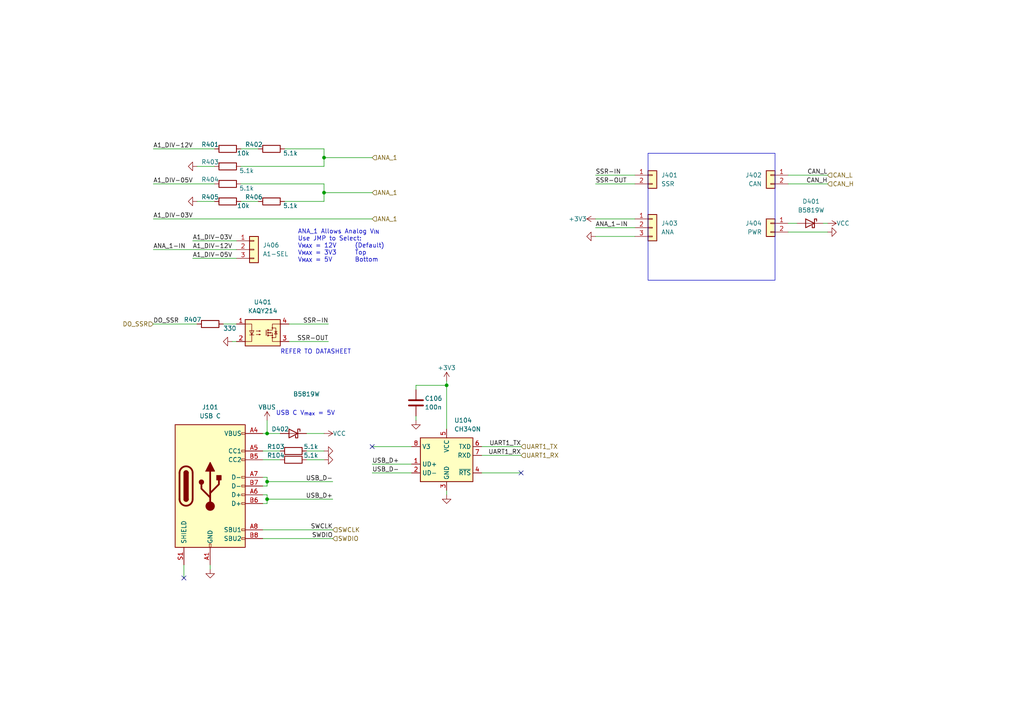
<source format=kicad_sch>
(kicad_sch (version 20230121) (generator eeschema)
  (paper "A4")
  (lib_symbols
    (symbol "Connector:USB_C_Receptacle_USB2.0" (pin_names (offset 1.016))
      (property "Reference" "J" (at -10.16 19.05 0))
      (property "Value" "USB_C_Receptacle_USB2.0" (at 19.05 19.05 0))
      (symbol "USB_C_Receptacle_USB2.0_0_0"
        (rectangle (start -0.254 -17.78) (end 0.254 -16.764))
        (rectangle (start 10.16 -14.986) (end 9.144 -15.494))
        (rectangle (start 10.16 -12.446) (end 9.144 -12.954))
        (rectangle (start 10.16 -4.826) (end 9.144 -5.334))
        (rectangle (start 10.16 -2.286) (end 9.144 -2.794))
        (rectangle (start 10.16 0.254) (end 9.144 -0.254))
        (rectangle (start 10.16 2.794) (end 9.144 2.286))
        (rectangle (start 10.16 7.874) (end 9.144 7.366))
        (rectangle (start 10.16 10.414) (end 9.144 9.906))
        (rectangle (start 10.16 15.494) (end 9.144 14.986))
      )
      (symbol "USB_C_Receptacle_USB2.0_0_1"
        (rectangle (start -10.16 17.78) (end 10.16 -17.78) (stroke (width 0.254)) (fill (type background)))
        (arc (start -8.89 -3.81) (mid -6.985 -5.7067) (end -5.08 -3.81) (stroke (width 0.508)))
        (arc (start -7.62 -3.81) (mid -6.985 -4.4423) (end -6.35 -3.81) (stroke (width 0.254)))
        (arc (start -7.62 -3.81) (mid -6.985 -4.4423) (end -6.35 -3.81) (stroke (width 0.254)) (fill (type outline)))
        (rectangle (start -7.62 -3.81) (end -6.35 3.81) (stroke (width 0.254)) (fill (type outline)))
        (arc (start -6.35 3.81) (mid -6.985 4.4423) (end -7.62 3.81) (stroke (width 0.254)))
        (arc (start -6.35 3.81) (mid -6.985 4.4423) (end -7.62 3.81) (stroke (width 0.254)) (fill (type outline)))
        (arc (start -5.08 3.81) (mid -6.985 5.7067) (end -8.89 3.81) (stroke (width 0.508)))
        (circle (center -2.54 1.143) (radius 0.635) (stroke (width 0.254)) (fill (type outline)))
        (circle (center 0 -5.842) (radius 1.27) (fill (type outline)))
        (polyline (pts (xy -8.89 -3.81) (xy -8.89 3.81)) (stroke (width 0.508)))
        (polyline (pts (xy -5.08 3.81) (xy -5.08 -3.81)) (stroke (width 0.508)))
        (polyline (pts (xy 0 -5.842) (xy 0 4.318)) (stroke (width 0.508)))
        (polyline (pts (xy 0 -3.302) (xy -2.54 -0.762) (xy -2.54 0.508)) (stroke (width 0.508)))
        (polyline (pts (xy 0 -2.032) (xy 2.54 0.508) (xy 2.54 1.778)) (stroke (width 0.508)))
        (polyline (pts (xy -1.27 4.318) (xy 0 6.858) (xy 1.27 4.318) (xy -1.27 4.318)) (stroke (width 0.254)) (fill (type outline)))
        (rectangle (start 1.905 1.778) (end 3.175 3.048) (stroke (width 0.254)) (fill (type outline)))
      )
      (symbol "USB_C_Receptacle_USB2.0_1_1"
        (pin passive line (at 0 -22.86 90) (length 5.08) (name "GND") (number "A1"))
        (pin passive line (at 0 -22.86 90) (length 5.08) hide (name "GND") (number "A12"))
        (pin passive line (at 15.24 15.24 180) (length 5.08) (name "VBUS") (number "A4"))
        (pin bidirectional line (at 15.24 10.16 180) (length 5.08) (name "CC1") (number "A5"))
        (pin bidirectional line (at 15.24 -2.54 180) (length 5.08) (name "D+") (number "A6"))
        (pin bidirectional line (at 15.24 2.54 180) (length 5.08) (name "D-") (number "A7"))
        (pin bidirectional line (at 15.24 -12.7 180) (length 5.08) (name "SBU1") (number "A8"))
        (pin passive line (at 15.24 15.24 180) (length 5.08) hide (name "VBUS") (number "A9"))
        (pin passive line (at 0 -22.86 90) (length 5.08) hide (name "GND") (number "B1"))
        (pin passive line (at 0 -22.86 90) (length 5.08) hide (name "GND") (number "B12"))
        (pin passive line (at 15.24 15.24 180) (length 5.08) hide (name "VBUS") (number "B4"))
        (pin bidirectional line (at 15.24 7.62 180) (length 5.08) (name "CC2") (number "B5"))
        (pin bidirectional line (at 15.24 -5.08 180) (length 5.08) (name "D+") (number "B6"))
        (pin bidirectional line (at 15.24 0 180) (length 5.08) (name "D-") (number "B7"))
        (pin bidirectional line (at 15.24 -15.24 180) (length 5.08) (name "SBU2") (number "B8"))
        (pin passive line (at 15.24 15.24 180) (length 5.08) hide (name "VBUS") (number "B9"))
        (pin passive line (at -7.62 -22.86 90) (length 5.08) (name "SHIELD") (number "S1"))
      )
    )
    (symbol "Connector_Generic:Conn_01x02" (pin_names (offset 1.016) hide)
      (property "Reference" "J" (at 0 2.54 0))
      (property "Value" "Conn_01x02" (at 0 -5.08 0))
      (symbol "Conn_01x02_1_1"
        (rectangle (start -1.27 -2.413) (end 0 -2.667) (stroke (width 0.1524)))
        (rectangle (start -1.27 0.127) (end 0 -0.127) (stroke (width 0.1524)))
        (rectangle (start -1.27 1.27) (end 1.27 -3.81) (stroke (width 0.254)) (fill (type background)))
        (pin passive line (at -5.08 0 0) (length 3.81) (name "Pin_1") (number "1"))
        (pin passive line (at -5.08 -2.54 0) (length 3.81) (name "Pin_2") (number "2"))
      )
    )
    (symbol "Connector_Generic:Conn_01x03" (pin_names (offset 1.016) hide)
      (property "Reference" "J" (at 0 5.08 0))
      (property "Value" "Conn_01x03" (at 0 -5.08 0))
      (symbol "Conn_01x03_1_1"
        (rectangle (start -1.27 -2.413) (end 0 -2.667) (stroke (width 0.1524)))
        (rectangle (start -1.27 0.127) (end 0 -0.127) (stroke (width 0.1524)))
        (rectangle (start -1.27 2.667) (end 0 2.413) (stroke (width 0.1524)))
        (rectangle (start -1.27 3.81) (end 1.27 -3.81) (stroke (width 0.254)) (fill (type background)))
        (pin passive line (at -5.08 2.54 0) (length 3.81) (name "Pin_1") (number "1"))
        (pin passive line (at -5.08 0 0) (length 3.81) (name "Pin_2") (number "2"))
        (pin passive line (at -5.08 -2.54 0) (length 3.81) (name "Pin_3") (number "3"))
      )
    )
    (symbol "Device:C" (pin_numbers hide) (pin_names (offset 0.254))
      (property "Reference" "C" (at 0.635 2.54 0))
      (property "Value" "C" (at 0.635 -2.54 0))
      (symbol "C_0_1"
        (polyline (pts (xy -2.032 -0.762) (xy 2.032 -0.762)) (stroke (width 0.508)))
        (polyline (pts (xy -2.032 0.762) (xy 2.032 0.762)) (stroke (width 0.508)))
      )
      (symbol "C_1_1"
        (pin passive line (at 0 3.81 270) (length 2.794) (name "~") (number "1"))
        (pin passive line (at 0 -3.81 90) (length 2.794) (name "~") (number "2"))
      )
    )
    (symbol "Device:D_Schottky" (pin_numbers hide) (pin_names (offset 1.016) hide)
      (property "Reference" "D" (at 0 2.54 0))
      (property "Value" "D_Schottky" (at 0 -2.54 0))
      (symbol "D_Schottky_0_1"
        (polyline (pts (xy 1.27 0) (xy -1.27 0)))
        (polyline (pts (xy 1.27 1.27) (xy 1.27 -1.27) (xy -1.27 0) (xy 1.27 1.27)) (stroke (width 0.254)))
        (polyline (pts (xy -1.905 0.635) (xy -1.905 1.27) (xy -1.27 1.27) (xy -1.27 -1.27) (xy -0.635 -1.27) (xy -0.635 -0.635)) (stroke (width 0.254)))
      )
      (symbol "D_Schottky_1_1"
        (pin passive line (at -3.81 0 0) (length 2.54) (name "K") (number "1"))
        (pin passive line (at 3.81 0 180) (length 2.54) (name "A") (number "2"))
      )
    )
    (symbol "Device:R" (pin_numbers hide) (pin_names (offset 0))
      (property "Reference" "R" (at 2.032 0 90))
      (property "Value" "R" (at 0 0 90))
      (symbol "R_0_1"
        (rectangle (start -1.016 -2.54) (end 1.016 2.54) (stroke (width 0.254)))
      )
      (symbol "R_1_1"
        (pin passive line (at 0 3.81 270) (length 1.27) (name "~") (number "1"))
        (pin passive line (at 0 -3.81 90) (length 1.27) (name "~") (number "2"))
      )
    )
    (symbol "Interface_USB:CH330N"
      (property "Reference" "U" (at -7.62 6.35 0))
      (property "Value" "CH330N" (at 7.62 6.35 0))
      (symbol "CH330N_0_1"
        (rectangle (start -7.62 5.08) (end 7.62 -7.62) (stroke (width 0.254)) (fill (type background)))
      )
      (symbol "CH330N_1_1"
        (pin bidirectional line (at -10.16 -2.54 0) (length 2.54) (name "UD+") (number "1"))
        (pin bidirectional line (at -10.16 -5.08 0) (length 2.54) (name "UD-") (number "2"))
        (pin power_in line (at 0 -10.16 90) (length 2.54) (name "GND") (number "3"))
        (pin output line (at 10.16 -5.08 180) (length 2.54) (name "~{RTS}") (number "4"))
        (pin power_in line (at 0 7.62 270) (length 2.54) (name "VCC") (number "5"))
        (pin output line (at 10.16 2.54 180) (length 2.54) (name "TXD") (number "6"))
        (pin input line (at 10.16 0 180) (length 2.54) (name "RXD") (number "7"))
        (pin passive line (at -10.16 2.54 0) (length 2.54) (name "V3") (number "8"))
      )
    )
    (symbol "Relay_SolidState:CPC1002N"
      (property "Reference" "U" (at -5.08 5.08 0))
      (property "Value" "CPC1002N" (at 0 5.08 0))
      (symbol "CPC1002N_0_1"
        (rectangle (start -5.08 3.81) (end 5.08 -3.81) (stroke (width 0.254)) (fill (type background)))
        (polyline (pts (xy -3.81 -0.635) (xy -2.54 -0.635)))
        (polyline (pts (xy 1.016 0.762) (xy 1.016 -0.762)) (stroke (width 0.2032)))
        (polyline (pts (xy 1.524 -0.762) (xy 2.794 -0.762)))
        (polyline (pts (xy 3.429 0.381) (xy 4.191 0.381)))
        (polyline (pts (xy 1.524 -0.635) (xy 1.524 -0.889) (xy 1.524 -0.889)) (stroke (width 0.3556)))
        (polyline (pts (xy 1.524 0.127) (xy 1.524 -0.127) (xy 1.524 -0.127)) (stroke (width 0.3556)))
        (polyline (pts (xy 1.524 0.889) (xy 1.524 0.635) (xy 1.524 0.635)) (stroke (width 0.3556)))
        (polyline (pts (xy -5.08 2.54) (xy -3.175 2.54) (xy -3.175 -2.54) (xy -5.08 -2.54)))
        (polyline (pts (xy -3.175 -0.635) (xy -3.81 0.635) (xy -2.54 0.635) (xy -3.175 -0.635)))
        (polyline (pts (xy 1.524 0) (xy 2.794 0) (xy 2.794 -2.54) (xy 5.08 -2.54)))
        (polyline (pts (xy 1.524 0.762) (xy 2.794 0.762) (xy 2.794 2.54) (xy 5.08 2.54)))
        (polyline (pts (xy 1.778 0) (xy 2.286 0.127) (xy 2.286 -0.127) (xy 1.778 0)))
        (polyline (pts (xy 2.794 -1.397) (xy 3.81 -1.397) (xy 3.81 1.397) (xy 2.794 1.397)))
        (polyline (pts (xy 3.81 0.381) (xy 3.429 -0.381) (xy 4.191 -0.381) (xy 3.81 0.381)))
        (polyline (pts (xy -1.905 -0.508) (xy -0.635 -0.508) (xy -1.016 -0.635) (xy -1.016 -0.381) (xy -0.635 -0.508)))
        (polyline (pts (xy -1.905 0.508) (xy -0.635 0.508) (xy -1.016 0.381) (xy -1.016 0.635) (xy -0.635 0.508)))
        (circle (center 2.794 -1.397) (radius 0.127))
        (circle (center 2.794 -0.762) (radius 0.127))
        (circle (center 2.794 1.397) (radius 0.127))
      )
      (symbol "CPC1002N_1_1"
        (pin passive line (at -7.62 2.54 0) (length 2.54) (name "~") (number "1"))
        (pin passive line (at -7.62 -2.54 0) (length 2.54) (name "~") (number "2"))
        (pin passive line (at 7.62 -2.54 180) (length 2.54) (name "~") (number "3"))
        (pin passive line (at 7.62 2.54 180) (length 2.54) (name "~") (number "4"))
      )
    )
    (symbol "power:+3V3" (power) (pin_names (offset 0))
      (property "Value" "+3V3" (at 0 3.556 0))
      (symbol "+3V3_0_1"
        (polyline (pts (xy -0.762 1.27) (xy 0 2.54)))
        (polyline (pts (xy 0 0) (xy 0 2.54)))
        (polyline (pts (xy 0 2.54) (xy 0.762 1.27)))
      )
      (symbol "+3V3_1_1"
        (pin power_in line (at 0 0 90) (length 0) hide (name "+3V3") (number "1"))
      )
    )
    (symbol "power:GND" (power) (pin_names (offset 0))
      (property "Value" "GND" (at 0 -3.81 0))
      (symbol "GND_0_1"
        (polyline (pts (xy 0 0) (xy 0 -1.27) (xy 1.27 -1.27) (xy 0 -2.54) (xy -1.27 -1.27) (xy 0 -1.27)))
      )
      (symbol "GND_1_1"
        (pin power_in line (at 0 0 270) (length 0) hide (name "GND") (number "1"))
      )
    )
    (symbol "power:VBUS" (power) (pin_names (offset 0))
      (property "Value" "VBUS" (at 0 3.81 0))
      (symbol "VBUS_0_1"
        (polyline (pts (xy -0.762 1.27) (xy 0 2.54)))
        (polyline (pts (xy 0 0) (xy 0 2.54)))
        (polyline (pts (xy 0 2.54) (xy 0.762 1.27)))
      )
      (symbol "VBUS_1_1"
        (pin power_in line (at 0 0 90) (length 0) hide (name "VBUS") (number "1"))
      )
    )
    (symbol "power:VCC" (power) (pin_names (offset 0))
      (property "Value" "VCC" (at 0 3.81 0))
      (symbol "VCC_0_1"
        (polyline (pts (xy -0.762 1.27) (xy 0 2.54)))
        (polyline (pts (xy 0 0) (xy 0 2.54)))
        (polyline (pts (xy 0 2.54) (xy 0.762 1.27)))
      )
      (symbol "VCC_1_1"
        (pin power_in line (at 0 0 90) (length 0) hide (name "VCC") (number "1"))
      )
    )
  )
  (junction (at 77.47 144.78))
  (junction (at 93.98 55.88))
  (junction (at 93.98 45.72))
  (junction (at 77.47 139.7))
  (junction (at 129.54 111.76))
  (junction (at 77.47 125.73))
  (no_connect (at 107.95 129.54))
  (no_connect (at 53.34 167.64))
  (no_connect (at 151.13 137.16))
  (wire (pts (xy 77.47 121.92) (xy 77.47 125.73)))
  (wire (pts (xy 77.47 140.97) (xy 76.2 140.97)))
  (wire (pts (xy 139.7 137.16) (xy 151.13 137.16)))
  (wire (pts (xy 44.45 93.98) (xy 57.15 93.98)))
  (wire (pts (xy 76.2 138.43) (xy 77.47 138.43)))
  (wire (pts (xy 44.45 72.39) (xy 68.58 72.39)))
  (wire (pts (xy 77.47 144.78) (xy 96.52 144.78)))
  (wire (pts (xy 69.85 53.34) (xy 93.98 53.34)))
  (wire (pts (xy 240.03 53.34) (xy 228.6 53.34)))
  (wire (pts (xy 120.65 120.65) (xy 120.65 121.92)))
  (wire (pts (xy 172.72 63.5) (xy 184.15 63.5)))
  (wire (pts (xy 76.2 125.73) (xy 77.47 125.73)))
  (wire (pts (xy 53.34 167.64) (xy 53.34 163.83)))
  (wire (pts (xy 77.47 138.43) (xy 77.47 139.7)))
  (wire (pts (xy 88.9 133.35) (xy 93.98 133.35)))
  (wire (pts (xy 107.95 129.54) (xy 119.38 129.54)))
  (wire (pts (xy 55.88 74.93) (xy 68.58 74.93)))
  (wire (pts (xy 69.85 48.26) (xy 93.98 48.26)))
  (wire (pts (xy 69.85 58.42) (xy 74.93 58.42)))
  (wire (pts (xy 76.2 153.67) (xy 96.52 153.67)))
  (wire (pts (xy 129.54 143.51) (xy 129.54 142.24)))
  (wire (pts (xy 93.98 55.88) (xy 107.95 55.88)))
  (wire (pts (xy 64.77 93.98) (xy 68.58 93.98)))
  (wire (pts (xy 120.65 113.03) (xy 120.65 111.76)))
  (wire (pts (xy 120.65 111.76) (xy 129.54 111.76)))
  (wire (pts (xy 93.98 45.72) (xy 107.95 45.72)))
  (wire (pts (xy 77.47 144.78) (xy 77.47 146.05)))
  (wire (pts (xy 139.7 129.54) (xy 151.13 129.54)))
  (wire (pts (xy 139.7 132.08) (xy 151.13 132.08)))
  (wire (pts (xy 93.98 53.34) (xy 93.98 55.88)))
  (wire (pts (xy 129.54 110.49) (xy 129.54 111.76)))
  (wire (pts (xy 88.9 130.81) (xy 93.98 130.81)))
  (wire (pts (xy 76.2 133.35) (xy 81.28 133.35)))
  (wire (pts (xy 93.98 55.88) (xy 93.98 58.42)))
  (wire (pts (xy 228.6 67.31) (xy 240.03 67.31)))
  (wire (pts (xy 82.55 43.18) (xy 93.98 43.18)))
  (wire (pts (xy 238.76 64.77) (xy 240.03 64.77)))
  (wire (pts (xy 107.95 134.62) (xy 119.38 134.62)))
  (wire (pts (xy 172.72 53.34) (xy 184.15 53.34)))
  (wire (pts (xy 77.47 146.05) (xy 76.2 146.05)))
  (wire (pts (xy 88.9 125.73) (xy 93.98 125.73)))
  (wire (pts (xy 77.47 125.73) (xy 81.28 125.73)))
  (wire (pts (xy 44.45 43.18) (xy 62.23 43.18)))
  (wire (pts (xy 93.98 45.72) (xy 93.98 48.26)))
  (wire (pts (xy 44.45 53.34) (xy 62.23 53.34)))
  (wire (pts (xy 77.47 139.7) (xy 77.47 140.97)))
  (wire (pts (xy 83.82 93.98) (xy 95.25 93.98)))
  (wire (pts (xy 55.88 69.85) (xy 68.58 69.85)))
  (wire (pts (xy 44.45 63.5) (xy 107.95 63.5)))
  (wire (pts (xy 77.47 139.7) (xy 96.52 139.7)))
  (wire (pts (xy 67.31 99.06) (xy 68.58 99.06)))
  (wire (pts (xy 82.55 58.42) (xy 93.98 58.42)))
  (wire (pts (xy 240.03 50.8) (xy 228.6 50.8)))
  (wire (pts (xy 77.47 143.51) (xy 77.47 144.78)))
  (wire (pts (xy 60.96 163.83) (xy 60.96 165.1)))
  (wire (pts (xy 76.2 156.21) (xy 96.52 156.21)))
  (wire (pts (xy 172.72 50.8) (xy 184.15 50.8)))
  (wire (pts (xy 57.15 48.26) (xy 62.23 48.26)))
  (wire (pts (xy 93.98 43.18) (xy 93.98 45.72)))
  (wire (pts (xy 107.95 137.16) (xy 119.38 137.16)))
  (wire (pts (xy 228.6 64.77) (xy 231.14 64.77)))
  (wire (pts (xy 129.54 111.76) (xy 129.54 124.46)))
  (wire (pts (xy 76.2 130.81) (xy 81.28 130.81)))
  (wire (pts (xy 69.85 43.18) (xy 74.93 43.18)))
  (wire (pts (xy 57.15 58.42) (xy 62.23 58.42)))
  (wire (pts (xy 83.82 99.06) (xy 95.25 99.06)))
  (wire (pts (xy 172.72 68.58) (xy 184.15 68.58)))
  (wire (pts (xy 172.72 66.04) (xy 184.15 66.04)))
  (wire (pts (xy 76.2 143.51) (xy 77.47 143.51)))
  (rectangle (start 187.96 44.45) (end 224.79 81.28))
  (text "REFER TO DATASHEET" (at 81.28 102.87 0) (effects (font (size 1.27 1.27)) (justify left bottom)))
  (text "USB C V_{max} = 5V" (at 80.01 120.65 0) (effects (font (size 1.27 1.27)) (justify left bottom)))
  (text "ANA_1 Allows Analog V_{IN}\nUse JMP to Select:\nV_{MAX} = 12V\nV_{MAX} = 3V3\nV_{MAX} = 5V" (at 86.36 76.2 0) (effects (font (size 1.27 1.27)) (justify left bottom)))
  (text "(Default)\nTop\nBottom" (at 102.87 76.2 0) (effects (font (size 1.27 1.27)) (justify left bottom)))
  (label "A1_DIV-03V" (at 44.45 63.5 0))
  (label "ANA_1-IN" (at 44.45 72.39 0))
  (label "A1_DIV-05V" (at 55.88 74.93 0))
  (label "ANA_1-IN" (at 172.72 66.04 0))
  (label "SWCLK" (at 96.52 153.67 180))
  (label "USB_D+" (at 96.52 144.78 180))
  (label "USB_D+" (at 107.95 134.62 0))
  (label "SSR-IN" (at 95.25 93.98 180))
  (label "UART1_RX" (at 151.13 132.08 180))
  (label "UART1_TX" (at 151.13 129.54 180))
  (label "SWDIO" (at 96.52 156.21 180))
  (label "SSR-OUT" (at 172.72 53.34 0))
  (label "DO_SSR" (at 44.45 93.98 0))
  (label "A1_DIV-05V" (at 44.45 53.34 0))
  (label "USB_D-" (at 107.95 137.16 0))
  (label "CAN_H" (at 240.03 53.34 180))
  (label "A1_DIV-12V" (at 44.45 43.18 0))
  (label "SSR-OUT" (at 95.25 99.06 180))
  (label "USB_D-" (at 96.52 139.7 180))
  (label "A1_DIV-03V" (at 55.88 69.85 0))
  (label "SSR-IN" (at 172.72 50.8 0))
  (label "A1_DIV-12V" (at 55.88 72.39 0))
  (label "CAN_L" (at 240.03 50.8 180))
  (hierarchical_label "ANA_1" (shape input) (at 107.95 55.88 0))
  (hierarchical_label "ANA_1" (shape input) (at 107.95 45.72 0))
  (hierarchical_label "DO_SSR" (shape input) (at 44.45 93.98 180))
  (hierarchical_label "CAN_L" (shape input) (at 240.03 50.8 0))
  (hierarchical_label "SWCLK" (shape input) (at 96.52 153.67 0))
  (hierarchical_label "UART1_TX" (shape input) (at 151.13 129.54 0))
  (hierarchical_label "ANA_1" (shape input) (at 107.95 63.5 0))
  (hierarchical_label "CAN_H" (shape input) (at 240.03 53.34 0))
  (hierarchical_label "SWDIO" (shape input) (at 96.52 156.21 0))
  (hierarchical_label "UART1_RX" (shape input) (at 151.13 132.08 0))
  (symbol (lib_id "Device:R") (at 66.04 58.42 90) (unit 1)
    (property "Reference" "R405" (at 63.5 57.15 90) (effects (justify left)))
    (property "Value" "10k" (at 72.39 59.69 90) (effects (justify left)))
    (property "Footprint" "Resistor_SMD:R_0603_1608Metric" (effects hide))
  )
  (symbol (lib_id "power:+3V3") (at 129.54 110.49 0) (unit 1)
    (property "Reference" "#PWR0108" (effects hide))
    (property "Value" "+3V3" (at 129.54 106.68 0))
    (instances (project "1Job" (path "" (reference "#PWR0108") (unit 1)) (path "" (reference "#PWR0410") (unit 1))))
  )
  (symbol (lib_id "Connector_Generic:Conn_01x02") (at 189.23 50.8 0) (unit 1)
    (property "Reference" "J401" (at 191.77 50.8 0) (effects (justify left)))
    (property "Value" "SSR" (at 191.77 53.34 0) (effects (justify left)))
    (property "Footprint" "Connector_JST:JST_PH_S2B-PH-K_1x02_P2.00mm_Horizontal" (effects hide))
  )
  (symbol (lib_id "power:GND") (at 57.15 58.42 270) (unit 1)
    (property "Reference" "#PWR0402" (effects hide))
    (property "Value" "GND" (effects hide))
  )
  (symbol (lib_id "power:VCC") (at 240.03 64.77 270) (unit 1)
    (property "Reference" "#PWR0406" (effects hide))
    (property "Value" "VCC" (at 242.57 64.77 90) (effects (justify left)))
  )
  (symbol (lib_id "Interface_USB:CH330N") (at 129.54 132.08 0) (unit 1)
    (property "Reference" "U104" (at 131.7341 121.92 0) (effects (justify left)))
    (property "Value" "CH340N" (at 131.7341 124.46 0) (effects (justify left)))
    (property "Footprint" "Package_SO:SOIC-8_3.9x4.9mm_P1.27mm" (effects hide))
    (property "Datasheet" "http://www.wch.cn/downloads/file/240.html" (effects hide))
    (instances (project "1Job" (path "" (reference "U104") (unit 1)) (path "" (reference "U402") (unit 1))))
  )
  (symbol (lib_id "Device:R") (at 66.04 43.18 90) (unit 1)
    (property "Reference" "R401" (at 63.5 41.91 90) (effects (justify left)))
    (property "Value" "10k" (at 72.39 44.45 90) (effects (justify left)))
    (property "Footprint" "Resistor_SMD:R_0603_1608Metric" (effects hide))
  )
  (symbol (lib_id "power:GND") (at 240.03 67.31 90) (mirror x) (unit 1)
    (property "Reference" "#PWR0407" (effects hide))
    (property "Value" "GND" (effects hide))
  )
  (symbol (lib_id "Connector_Generic:Conn_01x02") (at 223.52 50.8 0) (mirror y) (unit 1)
    (property "Reference" "J402" (at 220.98 50.8 0) (effects (justify left)))
    (property "Value" "CAN" (at 220.98 53.34 0) (effects (justify left)))
    (property "Footprint" "Connector_JST:JST_PH_S2B-PH-K_1x02_P2.00mm_Horizontal" (effects hide))
  )
  (symbol (lib_id "power:VCC") (at 93.98 125.73 270) (unit 1)
    (property "Reference" "#PWR0111" (effects hide))
    (property "Value" "VCC" (at 96.52 125.73 90) (effects (justify left)))
    (instances (project "1Job" (path "" (reference "#PWR0111") (unit 1)) (path "" (reference "#PWR0413") (unit 1))))
  )
  (symbol (lib_id "Device:R") (at 66.04 48.26 90) (unit 1)
    (property "Reference" "R403" (at 63.5 46.99 90) (effects (justify left)))
    (property "Value" "5.1k" (at 73.66 49.53 90) (effects (justify left)))
    (property "Footprint" "Resistor_SMD:R_0603_1608Metric" (effects hide))
  )
  (symbol (lib_id "power:GND") (at 67.31 99.06 270) (unit 1)
    (property "Reference" "#PWR0409" (effects hide))
    (property "Value" "GND" (effects hide))
  )
  (symbol (lib_id "power:GND") (at 120.65 121.92 0) (unit 1)
    (property "Reference" "#PWR0115" (effects hide))
    (property "Value" "GND" (effects hide))
    (instances (project "1Job" (path "" (reference "#PWR0115") (unit 1)) (path "" (reference "#PWR0412") (unit 1))))
  )
  (symbol (lib_id "Connector_Generic:Conn_01x03") (at 73.66 72.39 0) (unit 1)
    (property "Reference" "J406" (at 76.2 71.12 0) (effects (justify left)))
    (property "Value" "A1-SEL" (at 76.2 73.66 0) (effects (justify left)))
    (property "Footprint" "Connector_PinHeader_2.54mm:PinHeader_1x03_P2.54mm_Vertical" (effects hide))
  )
  (symbol (lib_id "power:GND") (at 93.98 133.35 90) (unit 1)
    (property "Reference" "#PWR0113" (effects hide))
    (property "Value" "GND" (effects hide))
    (instances (project "1Job" (path "" (reference "#PWR0113") (unit 1)) (path "" (reference "#PWR0415") (unit 1))))
  )
  (symbol (lib_id "power:VBUS") (at 77.47 121.92 0) (unit 1)
    (property "Reference" "#PWR0110" (effects hide))
    (property "Value" "VBUS" (at 77.47 118.11 0))
    (instances (project "1Job" (path "" (reference "#PWR0110") (unit 1)) (path "" (reference "#PWR0411") (unit 1))))
  )
  (symbol (lib_id "Connector_Generic:Conn_01x03") (at 189.23 66.04 0) (unit 1)
    (property "Reference" "J403" (at 191.77 64.77 0) (effects (justify left)))
    (property "Value" "ANA" (at 191.77 67.31 0) (effects (justify left)))
    (property "Footprint" "Connector_JST:JST_PH_S3B-PH-K_1x03_P2.00mm_Horizontal" (effects hide))
  )
  (symbol (lib_id "Connector:USB_C_Receptacle_USB2.0") (at 60.96 140.97 0) (unit 1)
    (property "Reference" "J101" (at 60.96 118.11 0))
    (property "Value" "USB C" (at 60.96 120.65 0))
    (property "Footprint" "Connector_USB:USB_C_Receptacle_HRO_TYPE-C-31-M-12" (effects hide))
    (property "Datasheet" "https://www.usb.org/sites/default/files/documents/usb_type-c.zip" (effects hide))
    (instances (project "1Job" (path "" (reference "J101") (unit 1)) (path "" (reference "J407") (unit 1))))
  )
  (symbol (lib_id "power:GND") (at 60.96 165.1 0) (unit 1)
    (property "Reference" "#PWR0116" (effects hide))
    (property "Value" "GND" (effects hide))
    (instances (project "1Job" (path "" (reference "#PWR0116") (unit 1)) (path "" (reference "#PWR0417") (unit 1))))
  )
  (symbol (lib_id "power:GND") (at 129.54 143.51 0) (unit 1)
    (property "Reference" "#PWR0114" (effects hide))
    (property "Value" "GND" (effects hide))
    (instances (project "1Job" (path "" (reference "#PWR0114") (unit 1)) (path "" (reference "#PWR0416") (unit 1))))
  )
  (symbol (lib_id "Device:C") (at 120.65 116.84 0) (unit 1)
    (property "Reference" "C106" (at 123.19 115.57 0) (effects (justify left)))
    (property "Value" "100n" (at 123.19 118.11 0) (effects (justify left)))
    (property "Footprint" "Capacitor_SMD:C_0603_1608Metric" (effects hide))
    (instances (project "1Job" (path "" (reference "C106") (unit 1)) (path "" (reference "C401") (unit 1))))
  )
  (symbol (lib_id "Relay_SolidState:CPC1002N") (at 76.2 96.52 0) (unit 1)
    (property "Reference" "U401" (at 76.2 87.63 0))
    (property "Value" "KAQY214" (at 76.2 90.17 0))
    (property "Footprint" "Package_SO:SOP-4_3.8x4.1mm_P2.54mm" (effects hide))
    (property "Datasheet" "https://datasheet.lcsc.com/lcsc/2304140030_Cosmo-Electronics-KAQY214STLD_C113331.pdf" (effects hide))
  )
  (symbol (lib_id "Device:R") (at 78.74 58.42 90) (unit 1)
    (property "Reference" "R406" (at 76.2 57.15 90) (effects (justify left)))
    (property "Value" "5.1k" (at 86.36 59.69 90) (effects (justify left)))
    (property "Footprint" "Resistor_SMD:R_0603_1608Metric" (effects hide))
  )
  (symbol (lib_id "power:GND") (at 93.98 130.81 90) (unit 1)
    (property "Reference" "#PWR0112" (effects hide))
    (property "Value" "GND" (effects hide))
    (instances (project "1Job" (path "" (reference "#PWR0112") (unit 1)) (path "" (reference "#PWR0414") (unit 1))))
  )
  (symbol (lib_id "Device:R") (at 85.09 133.35 90) (unit 1)
    (property "Reference" "R104" (at 80.01 132.08 90))
    (property "Value" "5.1k" (at 90.17 132.08 90))
    (property "Footprint" "Resistor_SMD:R_0603_1608Metric" (effects hide))
    (instances (project "1Job" (path "" (reference "R104") (unit 1)) (path "" (reference "R409") (unit 1))))
  )
  (symbol (lib_id "Device:R") (at 85.09 130.81 90) (unit 1)
    (property "Reference" "R103" (at 80.01 129.54 90))
    (property "Value" "5.1k" (at 90.17 129.54 90))
    (property "Footprint" "Resistor_SMD:R_0603_1608Metric" (effects hide))
    (instances (project "1Job" (path "" (reference "R103") (unit 1)) (path "" (reference "R408") (unit 1))))
  )
  (symbol (lib_id "Device:R") (at 66.04 53.34 90) (unit 1)
    (property "Reference" "R404" (at 63.5 52.07 90) (effects (justify left)))
    (property "Value" "5.1k" (at 73.66 54.61 90) (effects (justify left)))
    (property "Footprint" "Resistor_SMD:R_0603_1608Metric" (effects hide))
  )
  (symbol (lib_id "Device:D_Schottky") (at 85.09 125.73 0) (mirror y) (unit 1)
    (property "Reference" "D402" (at 81.28 124.46 0))
    (property "Value" "B5819W" (at 88.9 114.3 0))
    (property "Footprint" "Diode_SMD:D_SOD-123" (effects hide))
    (property "LCSC" "C8598" (effects hide))
  )
  (symbol (lib_id "Device:R") (at 60.96 93.98 90) (unit 1)
    (property "Reference" "R407" (at 58.42 92.71 90) (effects (justify left)))
    (property "Value" "330" (at 68.58 95.25 90) (effects (justify left)))
    (property "Footprint" "Resistor_SMD:R_0603_1608Metric" (effects hide))
  )
  (symbol (lib_id "Device:R") (at 78.74 43.18 90) (unit 1)
    (property "Reference" "R402" (at 76.2 41.91 90) (effects (justify left)))
    (property "Value" "5.1k" (at 86.36 44.45 90) (effects (justify left)))
    (property "Footprint" "Resistor_SMD:R_0603_1608Metric" (effects hide))
  )
  (symbol (lib_id "power:GND") (at 57.15 48.26 270) (unit 1)
    (property "Reference" "#PWR0401" (effects hide))
    (property "Value" "GND" (effects hide))
  )
  (symbol (lib_id "power:+3V3") (at 172.72 63.5 90) (unit 1)
    (property "Reference" "#PWR0403" (effects hide))
    (property "Value" "+3V3" (at 170.18 63.5 90) (effects (justify left)))
  )
  (symbol (lib_id "Device:D_Schottky") (at 234.95 64.77 0) (mirror y) (unit 1)
    (property "Reference" "D401" (at 235.2675 58.42 0))
    (property "Value" "B5819W" (at 235.2675 60.96 0))
    (property "Footprint" "Diode_SMD:D_SOD-123" (effects hide))
    (property "LCSC" "C8598" (effects hide))
  )
  (symbol (lib_id "power:GND") (at 172.72 68.58 270) (unit 1)
    (property "Reference" "#PWR0404" (effects hide))
    (property "Value" "GND" (effects hide))
  )
  (symbol (lib_id "Connector_Generic:Conn_01x02") (at 223.52 64.77 0) (mirror y) (unit 1)
    (property "Reference" "J404" (at 220.98 64.77 0) (effects (justify left)))
    (property "Value" "PWR" (at 220.98 67.31 0) (effects (justify left)))
    (property "Footprint" "Connector_JST:JST_PH_S2B-PH-K_1x02_P2.00mm_Horizontal" (effects hide))
  )
)
</source>
